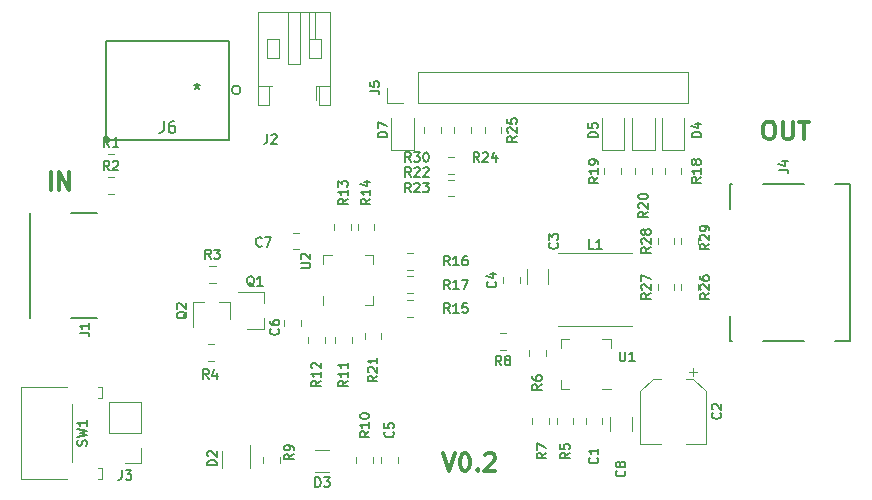
<source format=gbr>
G04 #@! TF.GenerationSoftware,KiCad,Pcbnew,(5.1.4-0-10_14)*
G04 #@! TF.CreationDate,2021-01-21T01:13:21-07:00*
G04 #@! TF.ProjectId,power-switching,706f7765-722d-4737-9769-746368696e67,rev?*
G04 #@! TF.SameCoordinates,Original*
G04 #@! TF.FileFunction,Legend,Top*
G04 #@! TF.FilePolarity,Positive*
%FSLAX46Y46*%
G04 Gerber Fmt 4.6, Leading zero omitted, Abs format (unit mm)*
G04 Created by KiCad (PCBNEW (5.1.4-0-10_14)) date 2021-01-21 01:13:21*
%MOMM*%
%LPD*%
G04 APERTURE LIST*
%ADD10C,0.300000*%
%ADD11C,0.152400*%
%ADD12C,0.120000*%
%ADD13C,0.200000*%
%ADD14C,0.127000*%
%ADD15C,0.150000*%
G04 APERTURE END LIST*
D10*
X162500000Y-105678571D02*
X162785714Y-105678571D01*
X162928571Y-105750000D01*
X163071428Y-105892857D01*
X163142857Y-106178571D01*
X163142857Y-106678571D01*
X163071428Y-106964285D01*
X162928571Y-107107142D01*
X162785714Y-107178571D01*
X162500000Y-107178571D01*
X162357142Y-107107142D01*
X162214285Y-106964285D01*
X162142857Y-106678571D01*
X162142857Y-106178571D01*
X162214285Y-105892857D01*
X162357142Y-105750000D01*
X162500000Y-105678571D01*
X163785714Y-105678571D02*
X163785714Y-106892857D01*
X163857142Y-107035714D01*
X163928571Y-107107142D01*
X164071428Y-107178571D01*
X164357142Y-107178571D01*
X164500000Y-107107142D01*
X164571428Y-107035714D01*
X164642857Y-106892857D01*
X164642857Y-105678571D01*
X165142857Y-105678571D02*
X166000000Y-105678571D01*
X165571428Y-107178571D02*
X165571428Y-105678571D01*
X101814285Y-111478571D02*
X101814285Y-109978571D01*
X102528571Y-111478571D02*
X102528571Y-109978571D01*
X103385714Y-111478571D01*
X103385714Y-109978571D01*
X135014285Y-133778571D02*
X135514285Y-135278571D01*
X136014285Y-133778571D01*
X136800000Y-133778571D02*
X136942857Y-133778571D01*
X137085714Y-133850000D01*
X137157142Y-133921428D01*
X137228571Y-134064285D01*
X137300000Y-134350000D01*
X137300000Y-134707142D01*
X137228571Y-134992857D01*
X137157142Y-135135714D01*
X137085714Y-135207142D01*
X136942857Y-135278571D01*
X136800000Y-135278571D01*
X136657142Y-135207142D01*
X136585714Y-135135714D01*
X136514285Y-134992857D01*
X136442857Y-134707142D01*
X136442857Y-134350000D01*
X136514285Y-134064285D01*
X136585714Y-133921428D01*
X136657142Y-133850000D01*
X136800000Y-133778571D01*
X137942857Y-135135714D02*
X138014285Y-135207142D01*
X137942857Y-135278571D01*
X137871428Y-135207142D01*
X137942857Y-135135714D01*
X137942857Y-135278571D01*
X138585714Y-133921428D02*
X138657142Y-133850000D01*
X138800000Y-133778571D01*
X139157142Y-133778571D01*
X139300000Y-133850000D01*
X139371428Y-133921428D01*
X139442857Y-134064285D01*
X139442857Y-134207142D01*
X139371428Y-134421428D01*
X138514285Y-135278571D01*
X139442857Y-135278571D01*
D11*
X117883000Y-103000000D02*
G75*
G03X117883000Y-103000000I-381000J0D01*
G01*
X116867000Y-107226999D02*
X116867000Y-98823000D01*
X106453000Y-107226999D02*
X116867000Y-107226999D01*
X106453000Y-98823000D02*
X106453000Y-107226999D01*
X116867000Y-98823000D02*
X106453000Y-98823000D01*
D12*
X124260000Y-102660000D02*
X124260000Y-103875000D01*
X124200000Y-98700000D02*
X124200000Y-96440000D01*
X123700000Y-98700000D02*
X123700000Y-96440000D01*
X121100000Y-100300000D02*
X120100000Y-100300000D01*
X121100000Y-98700000D02*
X121100000Y-100300000D01*
X120100000Y-98700000D02*
X121100000Y-98700000D01*
X120100000Y-100300000D02*
X120100000Y-98700000D01*
X123700000Y-100300000D02*
X124700000Y-100300000D01*
X123700000Y-98700000D02*
X123700000Y-100300000D01*
X124700000Y-98700000D02*
X123700000Y-98700000D01*
X124700000Y-100300000D02*
X124700000Y-98700000D01*
X119340000Y-102660000D02*
X120260000Y-102660000D01*
X125460000Y-102660000D02*
X124540000Y-102660000D01*
X121900000Y-100800000D02*
X121900000Y-96440000D01*
X122900000Y-100800000D02*
X121900000Y-100800000D01*
X122900000Y-96440000D02*
X122900000Y-100800000D01*
X120260000Y-102660000D02*
X120540000Y-102660000D01*
X120260000Y-104260000D02*
X120260000Y-102660000D01*
X119340000Y-104260000D02*
X120260000Y-104260000D01*
X119340000Y-96440000D02*
X119340000Y-104260000D01*
X125460000Y-96440000D02*
X119340000Y-96440000D01*
X125460000Y-104260000D02*
X125460000Y-96440000D01*
X124540000Y-104260000D02*
X125460000Y-104260000D01*
X124540000Y-102660000D02*
X124540000Y-104260000D01*
X124260000Y-102660000D02*
X124540000Y-102660000D01*
X125402064Y-133490000D02*
X124197936Y-133490000D01*
X125402064Y-135310000D02*
X124197936Y-135310000D01*
X115141422Y-125910000D02*
X115658578Y-125910000D01*
X115141422Y-124490000D02*
X115658578Y-124490000D01*
X115241422Y-119310000D02*
X115758578Y-119310000D01*
X115241422Y-117890000D02*
X115758578Y-117890000D01*
X116980000Y-120940000D02*
X116980000Y-122400000D01*
X113820000Y-120940000D02*
X113820000Y-123100000D01*
X113820000Y-120940000D02*
X114750000Y-120940000D01*
X116980000Y-120940000D02*
X116050000Y-120940000D01*
X119860000Y-123280000D02*
X118400000Y-123280000D01*
X119860000Y-120120000D02*
X117700000Y-120120000D01*
X119860000Y-120120000D02*
X119860000Y-121050000D01*
X119860000Y-123280000D02*
X119860000Y-122350000D01*
X105820000Y-135920000D02*
X106120000Y-135920000D01*
X106120000Y-135030000D02*
X105770000Y-135030000D01*
X106120000Y-135030000D02*
X106120000Y-135920000D01*
X103570000Y-134540000D02*
X103570000Y-129560000D01*
X99330000Y-135920000D02*
X103180000Y-135920000D01*
X99330000Y-128180000D02*
X99330000Y-135920000D01*
X103180000Y-128180000D02*
X99330000Y-128180000D01*
X105820000Y-128180000D02*
X106120000Y-128180000D01*
X106120000Y-128180000D02*
X106120000Y-129070000D01*
X106120000Y-129070000D02*
X105770000Y-129070000D01*
X156497500Y-126887500D02*
X155872500Y-126887500D01*
X156185000Y-126575000D02*
X156185000Y-127200000D01*
X152804437Y-127440000D02*
X151740000Y-128504437D01*
X156195563Y-127440000D02*
X157260000Y-128504437D01*
X156195563Y-127440000D02*
X155560000Y-127440000D01*
X152804437Y-127440000D02*
X153440000Y-127440000D01*
X151740000Y-128504437D02*
X151740000Y-132960000D01*
X157260000Y-128504437D02*
X157260000Y-132960000D01*
X157260000Y-132960000D02*
X155560000Y-132960000D01*
X151740000Y-132960000D02*
X153440000Y-132960000D01*
X141510000Y-119358578D02*
X141510000Y-118841422D01*
X140090000Y-119358578D02*
X140090000Y-118841422D01*
X143910000Y-119402064D02*
X143910000Y-118197936D01*
X142090000Y-119402064D02*
X142090000Y-118197936D01*
X149190000Y-130697936D02*
X149190000Y-131902064D01*
X151010000Y-130697936D02*
X151010000Y-131902064D01*
X134810000Y-106658578D02*
X134810000Y-106141422D01*
X133390000Y-106658578D02*
X133390000Y-106141422D01*
X130270000Y-104130000D02*
X130270000Y-102800000D01*
X131600000Y-104130000D02*
X130270000Y-104130000D01*
X132870000Y-104130000D02*
X132870000Y-101470000D01*
X132870000Y-101470000D02*
X155790000Y-101470000D01*
X132870000Y-104130000D02*
X155790000Y-104130000D01*
X155790000Y-104130000D02*
X155790000Y-101470000D01*
X132560000Y-108085000D02*
X132560000Y-105400000D01*
X130640000Y-108085000D02*
X132560000Y-108085000D01*
X130640000Y-105400000D02*
X130640000Y-108085000D01*
X155190000Y-115541422D02*
X155190000Y-116058578D01*
X156610000Y-115541422D02*
X156610000Y-116058578D01*
X154610000Y-116058578D02*
X154610000Y-115541422D01*
X153190000Y-116058578D02*
X153190000Y-115541422D01*
X154610000Y-119958578D02*
X154610000Y-119441422D01*
X153190000Y-119958578D02*
X153190000Y-119441422D01*
X155190000Y-119441422D02*
X155190000Y-119958578D01*
X156610000Y-119441422D02*
X156610000Y-119958578D01*
D13*
X169500000Y-110950000D02*
X168200000Y-110950000D01*
X169500000Y-124250000D02*
X169500000Y-110950000D01*
X168200000Y-124250000D02*
X169500000Y-124250000D01*
X165600000Y-110950000D02*
X162100000Y-110950000D01*
X162100000Y-124250000D02*
X165600000Y-124250000D01*
X159300000Y-110950000D02*
X159500000Y-110950000D01*
X159300000Y-113100000D02*
X159300000Y-110950000D01*
X159300000Y-124250000D02*
X159500000Y-124250000D01*
X159300000Y-122100000D02*
X159300000Y-124250000D01*
D12*
X151050000Y-116800000D02*
X144750000Y-116800000D01*
X151050000Y-123000000D02*
X144750000Y-123000000D01*
X124890000Y-120485000D02*
X124890000Y-121210000D01*
X129110000Y-116990000D02*
X128385000Y-116990000D01*
X129110000Y-117715000D02*
X129110000Y-116990000D01*
X129110000Y-121210000D02*
X128385000Y-121210000D01*
X129110000Y-120485000D02*
X129110000Y-121210000D01*
X124890000Y-116990000D02*
X125615000Y-116990000D01*
X124890000Y-117715000D02*
X124890000Y-116990000D01*
X148485000Y-128310000D02*
X149210000Y-128310000D01*
X144990000Y-124090000D02*
X144990000Y-124815000D01*
X145715000Y-124090000D02*
X144990000Y-124090000D01*
X149210000Y-124090000D02*
X149210000Y-124815000D01*
X148485000Y-124090000D02*
X149210000Y-124090000D01*
X144990000Y-128310000D02*
X144990000Y-127585000D01*
X145715000Y-128310000D02*
X144990000Y-128310000D01*
X152960000Y-108085000D02*
X152960000Y-105400000D01*
X151040000Y-108085000D02*
X152960000Y-108085000D01*
X151040000Y-105400000D02*
X151040000Y-108085000D01*
X150360000Y-108085000D02*
X150360000Y-105400000D01*
X148440000Y-108085000D02*
X150360000Y-108085000D01*
X148440000Y-105400000D02*
X148440000Y-108085000D01*
X155460000Y-108085000D02*
X155460000Y-105400000D01*
X153540000Y-108085000D02*
X155460000Y-108085000D01*
X153540000Y-105400000D02*
X153540000Y-108085000D01*
X122858578Y-115090000D02*
X122341422Y-115090000D01*
X122858578Y-116510000D02*
X122341422Y-116510000D01*
X121590000Y-122441422D02*
X121590000Y-122958578D01*
X123010000Y-122441422D02*
X123010000Y-122958578D01*
X129790000Y-134041422D02*
X129790000Y-134558578D01*
X131210000Y-134041422D02*
X131210000Y-134558578D01*
X147090000Y-130741422D02*
X147090000Y-131258578D01*
X148510000Y-130741422D02*
X148510000Y-131258578D01*
X139960000Y-106658578D02*
X139960000Y-106141422D01*
X138540000Y-106658578D02*
X138540000Y-106141422D01*
X137410000Y-106658578D02*
X137410000Y-106141422D01*
X135990000Y-106658578D02*
X135990000Y-106141422D01*
X135441422Y-112010000D02*
X135958578Y-112010000D01*
X135441422Y-110590000D02*
X135958578Y-110590000D01*
X135441422Y-110110000D02*
X135958578Y-110110000D01*
X135441422Y-108690000D02*
X135958578Y-108690000D01*
X128390000Y-123541422D02*
X128390000Y-124058578D01*
X129810000Y-123541422D02*
X129810000Y-124058578D01*
X151290000Y-109641422D02*
X151290000Y-110158578D01*
X152710000Y-109641422D02*
X152710000Y-110158578D01*
X148690000Y-109641422D02*
X148690000Y-110158578D01*
X150110000Y-109641422D02*
X150110000Y-110158578D01*
X153790000Y-109641422D02*
X153790000Y-110158578D01*
X155210000Y-109641422D02*
X155210000Y-110158578D01*
X132458578Y-118790000D02*
X131941422Y-118790000D01*
X132458578Y-120210000D02*
X131941422Y-120210000D01*
X132458578Y-116790000D02*
X131941422Y-116790000D01*
X132458578Y-118210000D02*
X131941422Y-118210000D01*
X132458578Y-120790000D02*
X131941422Y-120790000D01*
X132458578Y-122210000D02*
X131941422Y-122210000D01*
X129210000Y-114858578D02*
X129210000Y-114341422D01*
X127790000Y-114858578D02*
X127790000Y-114341422D01*
X127210000Y-114858578D02*
X127210000Y-114341422D01*
X125790000Y-114858578D02*
X125790000Y-114341422D01*
X123590000Y-123941422D02*
X123590000Y-124458578D01*
X125010000Y-123941422D02*
X125010000Y-124458578D01*
X127310000Y-124458578D02*
X127310000Y-123941422D01*
X125890000Y-124458578D02*
X125890000Y-123941422D01*
X129110000Y-134558578D02*
X129110000Y-134041422D01*
X127690000Y-134558578D02*
X127690000Y-134041422D01*
X121210000Y-134558578D02*
X121210000Y-134041422D01*
X119790000Y-134558578D02*
X119790000Y-134041422D01*
X140358578Y-123590000D02*
X139841422Y-123590000D01*
X140358578Y-125010000D02*
X139841422Y-125010000D01*
X142590000Y-130771422D02*
X142590000Y-131288578D01*
X144010000Y-130771422D02*
X144010000Y-131288578D01*
X142290000Y-125041422D02*
X142290000Y-125558578D01*
X143710000Y-125041422D02*
X143710000Y-125558578D01*
X146060000Y-131288578D02*
X146060000Y-130771422D01*
X144640000Y-131288578D02*
X144640000Y-130771422D01*
X109430000Y-134630000D02*
X108100000Y-134630000D01*
X109430000Y-133300000D02*
X109430000Y-134630000D01*
X109430000Y-132030000D02*
X106770000Y-132030000D01*
X106770000Y-132030000D02*
X106770000Y-129430000D01*
X109430000Y-132030000D02*
X109430000Y-129430000D01*
X109430000Y-129430000D02*
X106770000Y-129430000D01*
X116340000Y-133600000D02*
X116340000Y-135000000D01*
X118660000Y-135000000D02*
X118660000Y-133100000D01*
D14*
X103500000Y-122350000D02*
X105700000Y-122350000D01*
X103500000Y-113410000D02*
X105700000Y-113410000D01*
X100030000Y-113410000D02*
X100030000Y-122350000D01*
D12*
X106641422Y-111810000D02*
X107158578Y-111810000D01*
X106641422Y-110390000D02*
X107158578Y-110390000D01*
X106641422Y-109810000D02*
X107158578Y-109810000D01*
X106641422Y-108390000D02*
X107158578Y-108390000D01*
D15*
X111366666Y-105652380D02*
X111366666Y-106366666D01*
X111319047Y-106509523D01*
X111223809Y-106604761D01*
X111080952Y-106652380D01*
X110985714Y-106652380D01*
X112271428Y-105652380D02*
X112080952Y-105652380D01*
X111985714Y-105700000D01*
X111938095Y-105747619D01*
X111842857Y-105890476D01*
X111795238Y-106080952D01*
X111795238Y-106461904D01*
X111842857Y-106557142D01*
X111890476Y-106604761D01*
X111985714Y-106652380D01*
X112176190Y-106652380D01*
X112271428Y-106604761D01*
X112319047Y-106557142D01*
X112366666Y-106461904D01*
X112366666Y-106223809D01*
X112319047Y-106128571D01*
X112271428Y-106080952D01*
X112176190Y-106033333D01*
X111985714Y-106033333D01*
X111890476Y-106080952D01*
X111842857Y-106128571D01*
X111795238Y-106223809D01*
X114200000Y-102452380D02*
X114200000Y-102690476D01*
X113961904Y-102595238D02*
X114200000Y-102690476D01*
X114438095Y-102595238D01*
X114057142Y-102880952D02*
X114200000Y-102690476D01*
X114342857Y-102880952D01*
D13*
X120133333Y-106761904D02*
X120133333Y-107333333D01*
X120095238Y-107447619D01*
X120019047Y-107523809D01*
X119904761Y-107561904D01*
X119828571Y-107561904D01*
X120476190Y-106838095D02*
X120514285Y-106800000D01*
X120590476Y-106761904D01*
X120780952Y-106761904D01*
X120857142Y-106800000D01*
X120895238Y-106838095D01*
X120933333Y-106914285D01*
X120933333Y-106990476D01*
X120895238Y-107104761D01*
X120438095Y-107561904D01*
X120933333Y-107561904D01*
X124209523Y-136611904D02*
X124209523Y-135811904D01*
X124400000Y-135811904D01*
X124514285Y-135850000D01*
X124590476Y-135926190D01*
X124628571Y-136002380D01*
X124666666Y-136154761D01*
X124666666Y-136269047D01*
X124628571Y-136421428D01*
X124590476Y-136497619D01*
X124514285Y-136573809D01*
X124400000Y-136611904D01*
X124209523Y-136611904D01*
X124933333Y-135811904D02*
X125428571Y-135811904D01*
X125161904Y-136116666D01*
X125276190Y-136116666D01*
X125352380Y-136154761D01*
X125390476Y-136192857D01*
X125428571Y-136269047D01*
X125428571Y-136459523D01*
X125390476Y-136535714D01*
X125352380Y-136573809D01*
X125276190Y-136611904D01*
X125047619Y-136611904D01*
X124971428Y-136573809D01*
X124933333Y-136535714D01*
X115166666Y-127461904D02*
X114900000Y-127080952D01*
X114709523Y-127461904D02*
X114709523Y-126661904D01*
X115014285Y-126661904D01*
X115090476Y-126700000D01*
X115128571Y-126738095D01*
X115166666Y-126814285D01*
X115166666Y-126928571D01*
X115128571Y-127004761D01*
X115090476Y-127042857D01*
X115014285Y-127080952D01*
X114709523Y-127080952D01*
X115852380Y-126928571D02*
X115852380Y-127461904D01*
X115661904Y-126623809D02*
X115471428Y-127195238D01*
X115966666Y-127195238D01*
X115366666Y-117311904D02*
X115100000Y-116930952D01*
X114909523Y-117311904D02*
X114909523Y-116511904D01*
X115214285Y-116511904D01*
X115290476Y-116550000D01*
X115328571Y-116588095D01*
X115366666Y-116664285D01*
X115366666Y-116778571D01*
X115328571Y-116854761D01*
X115290476Y-116892857D01*
X115214285Y-116930952D01*
X114909523Y-116930952D01*
X115633333Y-116511904D02*
X116128571Y-116511904D01*
X115861904Y-116816666D01*
X115976190Y-116816666D01*
X116052380Y-116854761D01*
X116090476Y-116892857D01*
X116128571Y-116969047D01*
X116128571Y-117159523D01*
X116090476Y-117235714D01*
X116052380Y-117273809D01*
X115976190Y-117311904D01*
X115747619Y-117311904D01*
X115671428Y-117273809D01*
X115633333Y-117235714D01*
X113338095Y-121776190D02*
X113300000Y-121852380D01*
X113223809Y-121928571D01*
X113109523Y-122042857D01*
X113071428Y-122119047D01*
X113071428Y-122195238D01*
X113261904Y-122157142D02*
X113223809Y-122233333D01*
X113147619Y-122309523D01*
X112995238Y-122347619D01*
X112728571Y-122347619D01*
X112576190Y-122309523D01*
X112500000Y-122233333D01*
X112461904Y-122157142D01*
X112461904Y-122004761D01*
X112500000Y-121928571D01*
X112576190Y-121852380D01*
X112728571Y-121814285D01*
X112995238Y-121814285D01*
X113147619Y-121852380D01*
X113223809Y-121928571D01*
X113261904Y-122004761D01*
X113261904Y-122157142D01*
X112538095Y-121509523D02*
X112500000Y-121471428D01*
X112461904Y-121395238D01*
X112461904Y-121204761D01*
X112500000Y-121128571D01*
X112538095Y-121090476D01*
X112614285Y-121052380D01*
X112690476Y-121052380D01*
X112804761Y-121090476D01*
X113261904Y-121547619D01*
X113261904Y-121052380D01*
X119023809Y-119638095D02*
X118947619Y-119600000D01*
X118871428Y-119523809D01*
X118757142Y-119409523D01*
X118680952Y-119371428D01*
X118604761Y-119371428D01*
X118642857Y-119561904D02*
X118566666Y-119523809D01*
X118490476Y-119447619D01*
X118452380Y-119295238D01*
X118452380Y-119028571D01*
X118490476Y-118876190D01*
X118566666Y-118800000D01*
X118642857Y-118761904D01*
X118795238Y-118761904D01*
X118871428Y-118800000D01*
X118947619Y-118876190D01*
X118985714Y-119028571D01*
X118985714Y-119295238D01*
X118947619Y-119447619D01*
X118871428Y-119523809D01*
X118795238Y-119561904D01*
X118642857Y-119561904D01*
X119747619Y-119561904D02*
X119290476Y-119561904D01*
X119519047Y-119561904D02*
X119519047Y-118761904D01*
X119442857Y-118876190D01*
X119366666Y-118952380D01*
X119290476Y-118990476D01*
X104823809Y-133116666D02*
X104861904Y-133002380D01*
X104861904Y-132811904D01*
X104823809Y-132735714D01*
X104785714Y-132697619D01*
X104709523Y-132659523D01*
X104633333Y-132659523D01*
X104557142Y-132697619D01*
X104519047Y-132735714D01*
X104480952Y-132811904D01*
X104442857Y-132964285D01*
X104404761Y-133040476D01*
X104366666Y-133078571D01*
X104290476Y-133116666D01*
X104214285Y-133116666D01*
X104138095Y-133078571D01*
X104100000Y-133040476D01*
X104061904Y-132964285D01*
X104061904Y-132773809D01*
X104100000Y-132659523D01*
X104061904Y-132392857D02*
X104861904Y-132202380D01*
X104290476Y-132050000D01*
X104861904Y-131897619D01*
X104061904Y-131707142D01*
X104861904Y-130983333D02*
X104861904Y-131440476D01*
X104861904Y-131211904D02*
X104061904Y-131211904D01*
X104176190Y-131288095D01*
X104252380Y-131364285D01*
X104290476Y-131440476D01*
X158485714Y-130333333D02*
X158523809Y-130371428D01*
X158561904Y-130485714D01*
X158561904Y-130561904D01*
X158523809Y-130676190D01*
X158447619Y-130752380D01*
X158371428Y-130790476D01*
X158219047Y-130828571D01*
X158104761Y-130828571D01*
X157952380Y-130790476D01*
X157876190Y-130752380D01*
X157800000Y-130676190D01*
X157761904Y-130561904D01*
X157761904Y-130485714D01*
X157800000Y-130371428D01*
X157838095Y-130333333D01*
X157838095Y-130028571D02*
X157800000Y-129990476D01*
X157761904Y-129914285D01*
X157761904Y-129723809D01*
X157800000Y-129647619D01*
X157838095Y-129609523D01*
X157914285Y-129571428D01*
X157990476Y-129571428D01*
X158104761Y-129609523D01*
X158561904Y-130066666D01*
X158561904Y-129571428D01*
X139435714Y-119233333D02*
X139473809Y-119271428D01*
X139511904Y-119385714D01*
X139511904Y-119461904D01*
X139473809Y-119576190D01*
X139397619Y-119652380D01*
X139321428Y-119690476D01*
X139169047Y-119728571D01*
X139054761Y-119728571D01*
X138902380Y-119690476D01*
X138826190Y-119652380D01*
X138750000Y-119576190D01*
X138711904Y-119461904D01*
X138711904Y-119385714D01*
X138750000Y-119271428D01*
X138788095Y-119233333D01*
X138978571Y-118547619D02*
X139511904Y-118547619D01*
X138673809Y-118738095D02*
X139245238Y-118928571D01*
X139245238Y-118433333D01*
X144685714Y-115933333D02*
X144723809Y-115971428D01*
X144761904Y-116085714D01*
X144761904Y-116161904D01*
X144723809Y-116276190D01*
X144647619Y-116352380D01*
X144571428Y-116390476D01*
X144419047Y-116428571D01*
X144304761Y-116428571D01*
X144152380Y-116390476D01*
X144076190Y-116352380D01*
X144000000Y-116276190D01*
X143961904Y-116161904D01*
X143961904Y-116085714D01*
X144000000Y-115971428D01*
X144038095Y-115933333D01*
X143961904Y-115666666D02*
X143961904Y-115171428D01*
X144266666Y-115438095D01*
X144266666Y-115323809D01*
X144304761Y-115247619D01*
X144342857Y-115209523D01*
X144419047Y-115171428D01*
X144609523Y-115171428D01*
X144685714Y-115209523D01*
X144723809Y-115247619D01*
X144761904Y-115323809D01*
X144761904Y-115552380D01*
X144723809Y-115628571D01*
X144685714Y-115666666D01*
X150385714Y-135233333D02*
X150423809Y-135271428D01*
X150461904Y-135385714D01*
X150461904Y-135461904D01*
X150423809Y-135576190D01*
X150347619Y-135652380D01*
X150271428Y-135690476D01*
X150119047Y-135728571D01*
X150004761Y-135728571D01*
X149852380Y-135690476D01*
X149776190Y-135652380D01*
X149700000Y-135576190D01*
X149661904Y-135461904D01*
X149661904Y-135385714D01*
X149700000Y-135271428D01*
X149738095Y-135233333D01*
X150004761Y-134776190D02*
X149966666Y-134852380D01*
X149928571Y-134890476D01*
X149852380Y-134928571D01*
X149814285Y-134928571D01*
X149738095Y-134890476D01*
X149700000Y-134852380D01*
X149661904Y-134776190D01*
X149661904Y-134623809D01*
X149700000Y-134547619D01*
X149738095Y-134509523D01*
X149814285Y-134471428D01*
X149852380Y-134471428D01*
X149928571Y-134509523D01*
X149966666Y-134547619D01*
X150004761Y-134623809D01*
X150004761Y-134776190D01*
X150042857Y-134852380D01*
X150080952Y-134890476D01*
X150157142Y-134928571D01*
X150309523Y-134928571D01*
X150385714Y-134890476D01*
X150423809Y-134852380D01*
X150461904Y-134776190D01*
X150461904Y-134623809D01*
X150423809Y-134547619D01*
X150385714Y-134509523D01*
X150309523Y-134471428D01*
X150157142Y-134471428D01*
X150080952Y-134509523D01*
X150042857Y-134547619D01*
X150004761Y-134623809D01*
X132285714Y-109061904D02*
X132019047Y-108680952D01*
X131828571Y-109061904D02*
X131828571Y-108261904D01*
X132133333Y-108261904D01*
X132209523Y-108300000D01*
X132247619Y-108338095D01*
X132285714Y-108414285D01*
X132285714Y-108528571D01*
X132247619Y-108604761D01*
X132209523Y-108642857D01*
X132133333Y-108680952D01*
X131828571Y-108680952D01*
X132552380Y-108261904D02*
X133047619Y-108261904D01*
X132780952Y-108566666D01*
X132895238Y-108566666D01*
X132971428Y-108604761D01*
X133009523Y-108642857D01*
X133047619Y-108719047D01*
X133047619Y-108909523D01*
X133009523Y-108985714D01*
X132971428Y-109023809D01*
X132895238Y-109061904D01*
X132666666Y-109061904D01*
X132590476Y-109023809D01*
X132552380Y-108985714D01*
X133542857Y-108261904D02*
X133619047Y-108261904D01*
X133695238Y-108300000D01*
X133733333Y-108338095D01*
X133771428Y-108414285D01*
X133809523Y-108566666D01*
X133809523Y-108757142D01*
X133771428Y-108909523D01*
X133733333Y-108985714D01*
X133695238Y-109023809D01*
X133619047Y-109061904D01*
X133542857Y-109061904D01*
X133466666Y-109023809D01*
X133428571Y-108985714D01*
X133390476Y-108909523D01*
X133352380Y-108757142D01*
X133352380Y-108566666D01*
X133390476Y-108414285D01*
X133428571Y-108338095D01*
X133466666Y-108300000D01*
X133542857Y-108261904D01*
X128831904Y-103066666D02*
X129403333Y-103066666D01*
X129517619Y-103104761D01*
X129593809Y-103180952D01*
X129631904Y-103295238D01*
X129631904Y-103371428D01*
X128831904Y-102304761D02*
X128831904Y-102685714D01*
X129212857Y-102723809D01*
X129174761Y-102685714D01*
X129136666Y-102609523D01*
X129136666Y-102419047D01*
X129174761Y-102342857D01*
X129212857Y-102304761D01*
X129289047Y-102266666D01*
X129479523Y-102266666D01*
X129555714Y-102304761D01*
X129593809Y-102342857D01*
X129631904Y-102419047D01*
X129631904Y-102609523D01*
X129593809Y-102685714D01*
X129555714Y-102723809D01*
X130311904Y-106990476D02*
X129511904Y-106990476D01*
X129511904Y-106800000D01*
X129550000Y-106685714D01*
X129626190Y-106609523D01*
X129702380Y-106571428D01*
X129854761Y-106533333D01*
X129969047Y-106533333D01*
X130121428Y-106571428D01*
X130197619Y-106609523D01*
X130273809Y-106685714D01*
X130311904Y-106800000D01*
X130311904Y-106990476D01*
X129511904Y-106266666D02*
X129511904Y-105733333D01*
X130311904Y-106076190D01*
X157561904Y-116014285D02*
X157180952Y-116280952D01*
X157561904Y-116471428D02*
X156761904Y-116471428D01*
X156761904Y-116166666D01*
X156800000Y-116090476D01*
X156838095Y-116052380D01*
X156914285Y-116014285D01*
X157028571Y-116014285D01*
X157104761Y-116052380D01*
X157142857Y-116090476D01*
X157180952Y-116166666D01*
X157180952Y-116471428D01*
X156838095Y-115709523D02*
X156800000Y-115671428D01*
X156761904Y-115595238D01*
X156761904Y-115404761D01*
X156800000Y-115328571D01*
X156838095Y-115290476D01*
X156914285Y-115252380D01*
X156990476Y-115252380D01*
X157104761Y-115290476D01*
X157561904Y-115747619D01*
X157561904Y-115252380D01*
X157561904Y-114871428D02*
X157561904Y-114719047D01*
X157523809Y-114642857D01*
X157485714Y-114604761D01*
X157371428Y-114528571D01*
X157219047Y-114490476D01*
X156914285Y-114490476D01*
X156838095Y-114528571D01*
X156800000Y-114566666D01*
X156761904Y-114642857D01*
X156761904Y-114795238D01*
X156800000Y-114871428D01*
X156838095Y-114909523D01*
X156914285Y-114947619D01*
X157104761Y-114947619D01*
X157180952Y-114909523D01*
X157219047Y-114871428D01*
X157257142Y-114795238D01*
X157257142Y-114642857D01*
X157219047Y-114566666D01*
X157180952Y-114528571D01*
X157104761Y-114490476D01*
X152611904Y-116314285D02*
X152230952Y-116580952D01*
X152611904Y-116771428D02*
X151811904Y-116771428D01*
X151811904Y-116466666D01*
X151850000Y-116390476D01*
X151888095Y-116352380D01*
X151964285Y-116314285D01*
X152078571Y-116314285D01*
X152154761Y-116352380D01*
X152192857Y-116390476D01*
X152230952Y-116466666D01*
X152230952Y-116771428D01*
X151888095Y-116009523D02*
X151850000Y-115971428D01*
X151811904Y-115895238D01*
X151811904Y-115704761D01*
X151850000Y-115628571D01*
X151888095Y-115590476D01*
X151964285Y-115552380D01*
X152040476Y-115552380D01*
X152154761Y-115590476D01*
X152611904Y-116047619D01*
X152611904Y-115552380D01*
X152154761Y-115095238D02*
X152116666Y-115171428D01*
X152078571Y-115209523D01*
X152002380Y-115247619D01*
X151964285Y-115247619D01*
X151888095Y-115209523D01*
X151850000Y-115171428D01*
X151811904Y-115095238D01*
X151811904Y-114942857D01*
X151850000Y-114866666D01*
X151888095Y-114828571D01*
X151964285Y-114790476D01*
X152002380Y-114790476D01*
X152078571Y-114828571D01*
X152116666Y-114866666D01*
X152154761Y-114942857D01*
X152154761Y-115095238D01*
X152192857Y-115171428D01*
X152230952Y-115209523D01*
X152307142Y-115247619D01*
X152459523Y-115247619D01*
X152535714Y-115209523D01*
X152573809Y-115171428D01*
X152611904Y-115095238D01*
X152611904Y-114942857D01*
X152573809Y-114866666D01*
X152535714Y-114828571D01*
X152459523Y-114790476D01*
X152307142Y-114790476D01*
X152230952Y-114828571D01*
X152192857Y-114866666D01*
X152154761Y-114942857D01*
X152611904Y-120214285D02*
X152230952Y-120480952D01*
X152611904Y-120671428D02*
X151811904Y-120671428D01*
X151811904Y-120366666D01*
X151850000Y-120290476D01*
X151888095Y-120252380D01*
X151964285Y-120214285D01*
X152078571Y-120214285D01*
X152154761Y-120252380D01*
X152192857Y-120290476D01*
X152230952Y-120366666D01*
X152230952Y-120671428D01*
X151888095Y-119909523D02*
X151850000Y-119871428D01*
X151811904Y-119795238D01*
X151811904Y-119604761D01*
X151850000Y-119528571D01*
X151888095Y-119490476D01*
X151964285Y-119452380D01*
X152040476Y-119452380D01*
X152154761Y-119490476D01*
X152611904Y-119947619D01*
X152611904Y-119452380D01*
X151811904Y-119185714D02*
X151811904Y-118652380D01*
X152611904Y-118995238D01*
X157561904Y-120214285D02*
X157180952Y-120480952D01*
X157561904Y-120671428D02*
X156761904Y-120671428D01*
X156761904Y-120366666D01*
X156800000Y-120290476D01*
X156838095Y-120252380D01*
X156914285Y-120214285D01*
X157028571Y-120214285D01*
X157104761Y-120252380D01*
X157142857Y-120290476D01*
X157180952Y-120366666D01*
X157180952Y-120671428D01*
X156838095Y-119909523D02*
X156800000Y-119871428D01*
X156761904Y-119795238D01*
X156761904Y-119604761D01*
X156800000Y-119528571D01*
X156838095Y-119490476D01*
X156914285Y-119452380D01*
X156990476Y-119452380D01*
X157104761Y-119490476D01*
X157561904Y-119947619D01*
X157561904Y-119452380D01*
X156761904Y-118766666D02*
X156761904Y-118919047D01*
X156800000Y-118995238D01*
X156838095Y-119033333D01*
X156952380Y-119109523D01*
X157104761Y-119147619D01*
X157409523Y-119147619D01*
X157485714Y-119109523D01*
X157523809Y-119071428D01*
X157561904Y-118995238D01*
X157561904Y-118842857D01*
X157523809Y-118766666D01*
X157485714Y-118728571D01*
X157409523Y-118690476D01*
X157219047Y-118690476D01*
X157142857Y-118728571D01*
X157104761Y-118766666D01*
X157066666Y-118842857D01*
X157066666Y-118995238D01*
X157104761Y-119071428D01*
X157142857Y-119109523D01*
X157219047Y-119147619D01*
X163461904Y-109766666D02*
X164033333Y-109766666D01*
X164147619Y-109804761D01*
X164223809Y-109880952D01*
X164261904Y-109995238D01*
X164261904Y-110071428D01*
X163728571Y-109042857D02*
X164261904Y-109042857D01*
X163423809Y-109233333D02*
X163995238Y-109423809D01*
X163995238Y-108928571D01*
X147766666Y-116461904D02*
X147385714Y-116461904D01*
X147385714Y-115661904D01*
X148452380Y-116461904D02*
X147995238Y-116461904D01*
X148223809Y-116461904D02*
X148223809Y-115661904D01*
X148147619Y-115776190D01*
X148071428Y-115852380D01*
X147995238Y-115890476D01*
X122961904Y-118109523D02*
X123609523Y-118109523D01*
X123685714Y-118071428D01*
X123723809Y-118033333D01*
X123761904Y-117957142D01*
X123761904Y-117804761D01*
X123723809Y-117728571D01*
X123685714Y-117690476D01*
X123609523Y-117652380D01*
X122961904Y-117652380D01*
X123038095Y-117309523D02*
X123000000Y-117271428D01*
X122961904Y-117195238D01*
X122961904Y-117004761D01*
X123000000Y-116928571D01*
X123038095Y-116890476D01*
X123114285Y-116852380D01*
X123190476Y-116852380D01*
X123304761Y-116890476D01*
X123761904Y-117347619D01*
X123761904Y-116852380D01*
X149990476Y-125161904D02*
X149990476Y-125809523D01*
X150028571Y-125885714D01*
X150066666Y-125923809D01*
X150142857Y-125961904D01*
X150295238Y-125961904D01*
X150371428Y-125923809D01*
X150409523Y-125885714D01*
X150447619Y-125809523D01*
X150447619Y-125161904D01*
X151247619Y-125961904D02*
X150790476Y-125961904D01*
X151019047Y-125961904D02*
X151019047Y-125161904D01*
X150942857Y-125276190D01*
X150866666Y-125352380D01*
X150790476Y-125390476D01*
X148111904Y-106990476D02*
X147311904Y-106990476D01*
X147311904Y-106800000D01*
X147350000Y-106685714D01*
X147426190Y-106609523D01*
X147502380Y-106571428D01*
X147654761Y-106533333D01*
X147769047Y-106533333D01*
X147921428Y-106571428D01*
X147997619Y-106609523D01*
X148073809Y-106685714D01*
X148111904Y-106800000D01*
X148111904Y-106990476D01*
X147311904Y-105809523D02*
X147311904Y-106190476D01*
X147692857Y-106228571D01*
X147654761Y-106190476D01*
X147616666Y-106114285D01*
X147616666Y-105923809D01*
X147654761Y-105847619D01*
X147692857Y-105809523D01*
X147769047Y-105771428D01*
X147959523Y-105771428D01*
X148035714Y-105809523D01*
X148073809Y-105847619D01*
X148111904Y-105923809D01*
X148111904Y-106114285D01*
X148073809Y-106190476D01*
X148035714Y-106228571D01*
X156861904Y-106990476D02*
X156061904Y-106990476D01*
X156061904Y-106800000D01*
X156100000Y-106685714D01*
X156176190Y-106609523D01*
X156252380Y-106571428D01*
X156404761Y-106533333D01*
X156519047Y-106533333D01*
X156671428Y-106571428D01*
X156747619Y-106609523D01*
X156823809Y-106685714D01*
X156861904Y-106800000D01*
X156861904Y-106990476D01*
X156328571Y-105847619D02*
X156861904Y-105847619D01*
X156023809Y-106038095D02*
X156595238Y-106228571D01*
X156595238Y-105733333D01*
X119666666Y-116185714D02*
X119628571Y-116223809D01*
X119514285Y-116261904D01*
X119438095Y-116261904D01*
X119323809Y-116223809D01*
X119247619Y-116147619D01*
X119209523Y-116071428D01*
X119171428Y-115919047D01*
X119171428Y-115804761D01*
X119209523Y-115652380D01*
X119247619Y-115576190D01*
X119323809Y-115500000D01*
X119438095Y-115461904D01*
X119514285Y-115461904D01*
X119628571Y-115500000D01*
X119666666Y-115538095D01*
X119933333Y-115461904D02*
X120466666Y-115461904D01*
X120123809Y-116261904D01*
X121085714Y-123233333D02*
X121123809Y-123271428D01*
X121161904Y-123385714D01*
X121161904Y-123461904D01*
X121123809Y-123576190D01*
X121047619Y-123652380D01*
X120971428Y-123690476D01*
X120819047Y-123728571D01*
X120704761Y-123728571D01*
X120552380Y-123690476D01*
X120476190Y-123652380D01*
X120400000Y-123576190D01*
X120361904Y-123461904D01*
X120361904Y-123385714D01*
X120400000Y-123271428D01*
X120438095Y-123233333D01*
X120361904Y-122547619D02*
X120361904Y-122700000D01*
X120400000Y-122776190D01*
X120438095Y-122814285D01*
X120552380Y-122890476D01*
X120704761Y-122928571D01*
X121009523Y-122928571D01*
X121085714Y-122890476D01*
X121123809Y-122852380D01*
X121161904Y-122776190D01*
X121161904Y-122623809D01*
X121123809Y-122547619D01*
X121085714Y-122509523D01*
X121009523Y-122471428D01*
X120819047Y-122471428D01*
X120742857Y-122509523D01*
X120704761Y-122547619D01*
X120666666Y-122623809D01*
X120666666Y-122776190D01*
X120704761Y-122852380D01*
X120742857Y-122890476D01*
X120819047Y-122928571D01*
X130785714Y-131933333D02*
X130823809Y-131971428D01*
X130861904Y-132085714D01*
X130861904Y-132161904D01*
X130823809Y-132276190D01*
X130747619Y-132352380D01*
X130671428Y-132390476D01*
X130519047Y-132428571D01*
X130404761Y-132428571D01*
X130252380Y-132390476D01*
X130176190Y-132352380D01*
X130100000Y-132276190D01*
X130061904Y-132161904D01*
X130061904Y-132085714D01*
X130100000Y-131971428D01*
X130138095Y-131933333D01*
X130061904Y-131209523D02*
X130061904Y-131590476D01*
X130442857Y-131628571D01*
X130404761Y-131590476D01*
X130366666Y-131514285D01*
X130366666Y-131323809D01*
X130404761Y-131247619D01*
X130442857Y-131209523D01*
X130519047Y-131171428D01*
X130709523Y-131171428D01*
X130785714Y-131209523D01*
X130823809Y-131247619D01*
X130861904Y-131323809D01*
X130861904Y-131514285D01*
X130823809Y-131590476D01*
X130785714Y-131628571D01*
X148085714Y-134133333D02*
X148123809Y-134171428D01*
X148161904Y-134285714D01*
X148161904Y-134361904D01*
X148123809Y-134476190D01*
X148047619Y-134552380D01*
X147971428Y-134590476D01*
X147819047Y-134628571D01*
X147704761Y-134628571D01*
X147552380Y-134590476D01*
X147476190Y-134552380D01*
X147400000Y-134476190D01*
X147361904Y-134361904D01*
X147361904Y-134285714D01*
X147400000Y-134171428D01*
X147438095Y-134133333D01*
X148161904Y-133371428D02*
X148161904Y-133828571D01*
X148161904Y-133600000D02*
X147361904Y-133600000D01*
X147476190Y-133676190D01*
X147552380Y-133752380D01*
X147590476Y-133828571D01*
X141261904Y-106914285D02*
X140880952Y-107180952D01*
X141261904Y-107371428D02*
X140461904Y-107371428D01*
X140461904Y-107066666D01*
X140500000Y-106990476D01*
X140538095Y-106952380D01*
X140614285Y-106914285D01*
X140728571Y-106914285D01*
X140804761Y-106952380D01*
X140842857Y-106990476D01*
X140880952Y-107066666D01*
X140880952Y-107371428D01*
X140538095Y-106609523D02*
X140500000Y-106571428D01*
X140461904Y-106495238D01*
X140461904Y-106304761D01*
X140500000Y-106228571D01*
X140538095Y-106190476D01*
X140614285Y-106152380D01*
X140690476Y-106152380D01*
X140804761Y-106190476D01*
X141261904Y-106647619D01*
X141261904Y-106152380D01*
X140461904Y-105428571D02*
X140461904Y-105809523D01*
X140842857Y-105847619D01*
X140804761Y-105809523D01*
X140766666Y-105733333D01*
X140766666Y-105542857D01*
X140804761Y-105466666D01*
X140842857Y-105428571D01*
X140919047Y-105390476D01*
X141109523Y-105390476D01*
X141185714Y-105428571D01*
X141223809Y-105466666D01*
X141261904Y-105542857D01*
X141261904Y-105733333D01*
X141223809Y-105809523D01*
X141185714Y-105847619D01*
X138085714Y-109061904D02*
X137819047Y-108680952D01*
X137628571Y-109061904D02*
X137628571Y-108261904D01*
X137933333Y-108261904D01*
X138009523Y-108300000D01*
X138047619Y-108338095D01*
X138085714Y-108414285D01*
X138085714Y-108528571D01*
X138047619Y-108604761D01*
X138009523Y-108642857D01*
X137933333Y-108680952D01*
X137628571Y-108680952D01*
X138390476Y-108338095D02*
X138428571Y-108300000D01*
X138504761Y-108261904D01*
X138695238Y-108261904D01*
X138771428Y-108300000D01*
X138809523Y-108338095D01*
X138847619Y-108414285D01*
X138847619Y-108490476D01*
X138809523Y-108604761D01*
X138352380Y-109061904D01*
X138847619Y-109061904D01*
X139533333Y-108528571D02*
X139533333Y-109061904D01*
X139342857Y-108223809D02*
X139152380Y-108795238D01*
X139647619Y-108795238D01*
X132285714Y-111661904D02*
X132019047Y-111280952D01*
X131828571Y-111661904D02*
X131828571Y-110861904D01*
X132133333Y-110861904D01*
X132209523Y-110900000D01*
X132247619Y-110938095D01*
X132285714Y-111014285D01*
X132285714Y-111128571D01*
X132247619Y-111204761D01*
X132209523Y-111242857D01*
X132133333Y-111280952D01*
X131828571Y-111280952D01*
X132590476Y-110938095D02*
X132628571Y-110900000D01*
X132704761Y-110861904D01*
X132895238Y-110861904D01*
X132971428Y-110900000D01*
X133009523Y-110938095D01*
X133047619Y-111014285D01*
X133047619Y-111090476D01*
X133009523Y-111204761D01*
X132552380Y-111661904D01*
X133047619Y-111661904D01*
X133314285Y-110861904D02*
X133809523Y-110861904D01*
X133542857Y-111166666D01*
X133657142Y-111166666D01*
X133733333Y-111204761D01*
X133771428Y-111242857D01*
X133809523Y-111319047D01*
X133809523Y-111509523D01*
X133771428Y-111585714D01*
X133733333Y-111623809D01*
X133657142Y-111661904D01*
X133428571Y-111661904D01*
X133352380Y-111623809D01*
X133314285Y-111585714D01*
X132285714Y-110361904D02*
X132019047Y-109980952D01*
X131828571Y-110361904D02*
X131828571Y-109561904D01*
X132133333Y-109561904D01*
X132209523Y-109600000D01*
X132247619Y-109638095D01*
X132285714Y-109714285D01*
X132285714Y-109828571D01*
X132247619Y-109904761D01*
X132209523Y-109942857D01*
X132133333Y-109980952D01*
X131828571Y-109980952D01*
X132590476Y-109638095D02*
X132628571Y-109600000D01*
X132704761Y-109561904D01*
X132895238Y-109561904D01*
X132971428Y-109600000D01*
X133009523Y-109638095D01*
X133047619Y-109714285D01*
X133047619Y-109790476D01*
X133009523Y-109904761D01*
X132552380Y-110361904D01*
X133047619Y-110361904D01*
X133352380Y-109638095D02*
X133390476Y-109600000D01*
X133466666Y-109561904D01*
X133657142Y-109561904D01*
X133733333Y-109600000D01*
X133771428Y-109638095D01*
X133809523Y-109714285D01*
X133809523Y-109790476D01*
X133771428Y-109904761D01*
X133314285Y-110361904D01*
X133809523Y-110361904D01*
X129461904Y-127214285D02*
X129080952Y-127480952D01*
X129461904Y-127671428D02*
X128661904Y-127671428D01*
X128661904Y-127366666D01*
X128700000Y-127290476D01*
X128738095Y-127252380D01*
X128814285Y-127214285D01*
X128928571Y-127214285D01*
X129004761Y-127252380D01*
X129042857Y-127290476D01*
X129080952Y-127366666D01*
X129080952Y-127671428D01*
X128738095Y-126909523D02*
X128700000Y-126871428D01*
X128661904Y-126795238D01*
X128661904Y-126604761D01*
X128700000Y-126528571D01*
X128738095Y-126490476D01*
X128814285Y-126452380D01*
X128890476Y-126452380D01*
X129004761Y-126490476D01*
X129461904Y-126947619D01*
X129461904Y-126452380D01*
X129461904Y-125690476D02*
X129461904Y-126147619D01*
X129461904Y-125919047D02*
X128661904Y-125919047D01*
X128776190Y-125995238D01*
X128852380Y-126071428D01*
X128890476Y-126147619D01*
X152361904Y-113314285D02*
X151980952Y-113580952D01*
X152361904Y-113771428D02*
X151561904Y-113771428D01*
X151561904Y-113466666D01*
X151600000Y-113390476D01*
X151638095Y-113352380D01*
X151714285Y-113314285D01*
X151828571Y-113314285D01*
X151904761Y-113352380D01*
X151942857Y-113390476D01*
X151980952Y-113466666D01*
X151980952Y-113771428D01*
X151638095Y-113009523D02*
X151600000Y-112971428D01*
X151561904Y-112895238D01*
X151561904Y-112704761D01*
X151600000Y-112628571D01*
X151638095Y-112590476D01*
X151714285Y-112552380D01*
X151790476Y-112552380D01*
X151904761Y-112590476D01*
X152361904Y-113047619D01*
X152361904Y-112552380D01*
X151561904Y-112057142D02*
X151561904Y-111980952D01*
X151600000Y-111904761D01*
X151638095Y-111866666D01*
X151714285Y-111828571D01*
X151866666Y-111790476D01*
X152057142Y-111790476D01*
X152209523Y-111828571D01*
X152285714Y-111866666D01*
X152323809Y-111904761D01*
X152361904Y-111980952D01*
X152361904Y-112057142D01*
X152323809Y-112133333D01*
X152285714Y-112171428D01*
X152209523Y-112209523D01*
X152057142Y-112247619D01*
X151866666Y-112247619D01*
X151714285Y-112209523D01*
X151638095Y-112171428D01*
X151600000Y-112133333D01*
X151561904Y-112057142D01*
X148161904Y-110414285D02*
X147780952Y-110680952D01*
X148161904Y-110871428D02*
X147361904Y-110871428D01*
X147361904Y-110566666D01*
X147400000Y-110490476D01*
X147438095Y-110452380D01*
X147514285Y-110414285D01*
X147628571Y-110414285D01*
X147704761Y-110452380D01*
X147742857Y-110490476D01*
X147780952Y-110566666D01*
X147780952Y-110871428D01*
X148161904Y-109652380D02*
X148161904Y-110109523D01*
X148161904Y-109880952D02*
X147361904Y-109880952D01*
X147476190Y-109957142D01*
X147552380Y-110033333D01*
X147590476Y-110109523D01*
X148161904Y-109271428D02*
X148161904Y-109119047D01*
X148123809Y-109042857D01*
X148085714Y-109004761D01*
X147971428Y-108928571D01*
X147819047Y-108890476D01*
X147514285Y-108890476D01*
X147438095Y-108928571D01*
X147400000Y-108966666D01*
X147361904Y-109042857D01*
X147361904Y-109195238D01*
X147400000Y-109271428D01*
X147438095Y-109309523D01*
X147514285Y-109347619D01*
X147704761Y-109347619D01*
X147780952Y-109309523D01*
X147819047Y-109271428D01*
X147857142Y-109195238D01*
X147857142Y-109042857D01*
X147819047Y-108966666D01*
X147780952Y-108928571D01*
X147704761Y-108890476D01*
X156861904Y-110414285D02*
X156480952Y-110680952D01*
X156861904Y-110871428D02*
X156061904Y-110871428D01*
X156061904Y-110566666D01*
X156100000Y-110490476D01*
X156138095Y-110452380D01*
X156214285Y-110414285D01*
X156328571Y-110414285D01*
X156404761Y-110452380D01*
X156442857Y-110490476D01*
X156480952Y-110566666D01*
X156480952Y-110871428D01*
X156861904Y-109652380D02*
X156861904Y-110109523D01*
X156861904Y-109880952D02*
X156061904Y-109880952D01*
X156176190Y-109957142D01*
X156252380Y-110033333D01*
X156290476Y-110109523D01*
X156404761Y-109195238D02*
X156366666Y-109271428D01*
X156328571Y-109309523D01*
X156252380Y-109347619D01*
X156214285Y-109347619D01*
X156138095Y-109309523D01*
X156100000Y-109271428D01*
X156061904Y-109195238D01*
X156061904Y-109042857D01*
X156100000Y-108966666D01*
X156138095Y-108928571D01*
X156214285Y-108890476D01*
X156252380Y-108890476D01*
X156328571Y-108928571D01*
X156366666Y-108966666D01*
X156404761Y-109042857D01*
X156404761Y-109195238D01*
X156442857Y-109271428D01*
X156480952Y-109309523D01*
X156557142Y-109347619D01*
X156709523Y-109347619D01*
X156785714Y-109309523D01*
X156823809Y-109271428D01*
X156861904Y-109195238D01*
X156861904Y-109042857D01*
X156823809Y-108966666D01*
X156785714Y-108928571D01*
X156709523Y-108890476D01*
X156557142Y-108890476D01*
X156480952Y-108928571D01*
X156442857Y-108966666D01*
X156404761Y-109042857D01*
X135585714Y-119861904D02*
X135319047Y-119480952D01*
X135128571Y-119861904D02*
X135128571Y-119061904D01*
X135433333Y-119061904D01*
X135509523Y-119100000D01*
X135547619Y-119138095D01*
X135585714Y-119214285D01*
X135585714Y-119328571D01*
X135547619Y-119404761D01*
X135509523Y-119442857D01*
X135433333Y-119480952D01*
X135128571Y-119480952D01*
X136347619Y-119861904D02*
X135890476Y-119861904D01*
X136119047Y-119861904D02*
X136119047Y-119061904D01*
X136042857Y-119176190D01*
X135966666Y-119252380D01*
X135890476Y-119290476D01*
X136614285Y-119061904D02*
X137147619Y-119061904D01*
X136804761Y-119861904D01*
X135585714Y-117861904D02*
X135319047Y-117480952D01*
X135128571Y-117861904D02*
X135128571Y-117061904D01*
X135433333Y-117061904D01*
X135509523Y-117100000D01*
X135547619Y-117138095D01*
X135585714Y-117214285D01*
X135585714Y-117328571D01*
X135547619Y-117404761D01*
X135509523Y-117442857D01*
X135433333Y-117480952D01*
X135128571Y-117480952D01*
X136347619Y-117861904D02*
X135890476Y-117861904D01*
X136119047Y-117861904D02*
X136119047Y-117061904D01*
X136042857Y-117176190D01*
X135966666Y-117252380D01*
X135890476Y-117290476D01*
X137033333Y-117061904D02*
X136880952Y-117061904D01*
X136804761Y-117100000D01*
X136766666Y-117138095D01*
X136690476Y-117252380D01*
X136652380Y-117404761D01*
X136652380Y-117709523D01*
X136690476Y-117785714D01*
X136728571Y-117823809D01*
X136804761Y-117861904D01*
X136957142Y-117861904D01*
X137033333Y-117823809D01*
X137071428Y-117785714D01*
X137109523Y-117709523D01*
X137109523Y-117519047D01*
X137071428Y-117442857D01*
X137033333Y-117404761D01*
X136957142Y-117366666D01*
X136804761Y-117366666D01*
X136728571Y-117404761D01*
X136690476Y-117442857D01*
X136652380Y-117519047D01*
X135585714Y-121861904D02*
X135319047Y-121480952D01*
X135128571Y-121861904D02*
X135128571Y-121061904D01*
X135433333Y-121061904D01*
X135509523Y-121100000D01*
X135547619Y-121138095D01*
X135585714Y-121214285D01*
X135585714Y-121328571D01*
X135547619Y-121404761D01*
X135509523Y-121442857D01*
X135433333Y-121480952D01*
X135128571Y-121480952D01*
X136347619Y-121861904D02*
X135890476Y-121861904D01*
X136119047Y-121861904D02*
X136119047Y-121061904D01*
X136042857Y-121176190D01*
X135966666Y-121252380D01*
X135890476Y-121290476D01*
X137071428Y-121061904D02*
X136690476Y-121061904D01*
X136652380Y-121442857D01*
X136690476Y-121404761D01*
X136766666Y-121366666D01*
X136957142Y-121366666D01*
X137033333Y-121404761D01*
X137071428Y-121442857D01*
X137109523Y-121519047D01*
X137109523Y-121709523D01*
X137071428Y-121785714D01*
X137033333Y-121823809D01*
X136957142Y-121861904D01*
X136766666Y-121861904D01*
X136690476Y-121823809D01*
X136652380Y-121785714D01*
X128861904Y-112214285D02*
X128480952Y-112480952D01*
X128861904Y-112671428D02*
X128061904Y-112671428D01*
X128061904Y-112366666D01*
X128100000Y-112290476D01*
X128138095Y-112252380D01*
X128214285Y-112214285D01*
X128328571Y-112214285D01*
X128404761Y-112252380D01*
X128442857Y-112290476D01*
X128480952Y-112366666D01*
X128480952Y-112671428D01*
X128861904Y-111452380D02*
X128861904Y-111909523D01*
X128861904Y-111680952D02*
X128061904Y-111680952D01*
X128176190Y-111757142D01*
X128252380Y-111833333D01*
X128290476Y-111909523D01*
X128328571Y-110766666D02*
X128861904Y-110766666D01*
X128023809Y-110957142D02*
X128595238Y-111147619D01*
X128595238Y-110652380D01*
X126961904Y-112214285D02*
X126580952Y-112480952D01*
X126961904Y-112671428D02*
X126161904Y-112671428D01*
X126161904Y-112366666D01*
X126200000Y-112290476D01*
X126238095Y-112252380D01*
X126314285Y-112214285D01*
X126428571Y-112214285D01*
X126504761Y-112252380D01*
X126542857Y-112290476D01*
X126580952Y-112366666D01*
X126580952Y-112671428D01*
X126961904Y-111452380D02*
X126961904Y-111909523D01*
X126961904Y-111680952D02*
X126161904Y-111680952D01*
X126276190Y-111757142D01*
X126352380Y-111833333D01*
X126390476Y-111909523D01*
X126161904Y-111185714D02*
X126161904Y-110690476D01*
X126466666Y-110957142D01*
X126466666Y-110842857D01*
X126504761Y-110766666D01*
X126542857Y-110728571D01*
X126619047Y-110690476D01*
X126809523Y-110690476D01*
X126885714Y-110728571D01*
X126923809Y-110766666D01*
X126961904Y-110842857D01*
X126961904Y-111071428D01*
X126923809Y-111147619D01*
X126885714Y-111185714D01*
X124661904Y-127614285D02*
X124280952Y-127880952D01*
X124661904Y-128071428D02*
X123861904Y-128071428D01*
X123861904Y-127766666D01*
X123900000Y-127690476D01*
X123938095Y-127652380D01*
X124014285Y-127614285D01*
X124128571Y-127614285D01*
X124204761Y-127652380D01*
X124242857Y-127690476D01*
X124280952Y-127766666D01*
X124280952Y-128071428D01*
X124661904Y-126852380D02*
X124661904Y-127309523D01*
X124661904Y-127080952D02*
X123861904Y-127080952D01*
X123976190Y-127157142D01*
X124052380Y-127233333D01*
X124090476Y-127309523D01*
X123938095Y-126547619D02*
X123900000Y-126509523D01*
X123861904Y-126433333D01*
X123861904Y-126242857D01*
X123900000Y-126166666D01*
X123938095Y-126128571D01*
X124014285Y-126090476D01*
X124090476Y-126090476D01*
X124204761Y-126128571D01*
X124661904Y-126585714D01*
X124661904Y-126090476D01*
X126961904Y-127614285D02*
X126580952Y-127880952D01*
X126961904Y-128071428D02*
X126161904Y-128071428D01*
X126161904Y-127766666D01*
X126200000Y-127690476D01*
X126238095Y-127652380D01*
X126314285Y-127614285D01*
X126428571Y-127614285D01*
X126504761Y-127652380D01*
X126542857Y-127690476D01*
X126580952Y-127766666D01*
X126580952Y-128071428D01*
X126961904Y-126852380D02*
X126961904Y-127309523D01*
X126961904Y-127080952D02*
X126161904Y-127080952D01*
X126276190Y-127157142D01*
X126352380Y-127233333D01*
X126390476Y-127309523D01*
X126961904Y-126090476D02*
X126961904Y-126547619D01*
X126961904Y-126319047D02*
X126161904Y-126319047D01*
X126276190Y-126395238D01*
X126352380Y-126471428D01*
X126390476Y-126547619D01*
X128761904Y-131914285D02*
X128380952Y-132180952D01*
X128761904Y-132371428D02*
X127961904Y-132371428D01*
X127961904Y-132066666D01*
X128000000Y-131990476D01*
X128038095Y-131952380D01*
X128114285Y-131914285D01*
X128228571Y-131914285D01*
X128304761Y-131952380D01*
X128342857Y-131990476D01*
X128380952Y-132066666D01*
X128380952Y-132371428D01*
X128761904Y-131152380D02*
X128761904Y-131609523D01*
X128761904Y-131380952D02*
X127961904Y-131380952D01*
X128076190Y-131457142D01*
X128152380Y-131533333D01*
X128190476Y-131609523D01*
X127961904Y-130657142D02*
X127961904Y-130580952D01*
X128000000Y-130504761D01*
X128038095Y-130466666D01*
X128114285Y-130428571D01*
X128266666Y-130390476D01*
X128457142Y-130390476D01*
X128609523Y-130428571D01*
X128685714Y-130466666D01*
X128723809Y-130504761D01*
X128761904Y-130580952D01*
X128761904Y-130657142D01*
X128723809Y-130733333D01*
X128685714Y-130771428D01*
X128609523Y-130809523D01*
X128457142Y-130847619D01*
X128266666Y-130847619D01*
X128114285Y-130809523D01*
X128038095Y-130771428D01*
X128000000Y-130733333D01*
X127961904Y-130657142D01*
X122361904Y-133833333D02*
X121980952Y-134100000D01*
X122361904Y-134290476D02*
X121561904Y-134290476D01*
X121561904Y-133985714D01*
X121600000Y-133909523D01*
X121638095Y-133871428D01*
X121714285Y-133833333D01*
X121828571Y-133833333D01*
X121904761Y-133871428D01*
X121942857Y-133909523D01*
X121980952Y-133985714D01*
X121980952Y-134290476D01*
X122361904Y-133452380D02*
X122361904Y-133300000D01*
X122323809Y-133223809D01*
X122285714Y-133185714D01*
X122171428Y-133109523D01*
X122019047Y-133071428D01*
X121714285Y-133071428D01*
X121638095Y-133109523D01*
X121600000Y-133147619D01*
X121561904Y-133223809D01*
X121561904Y-133376190D01*
X121600000Y-133452380D01*
X121638095Y-133490476D01*
X121714285Y-133528571D01*
X121904761Y-133528571D01*
X121980952Y-133490476D01*
X122019047Y-133452380D01*
X122057142Y-133376190D01*
X122057142Y-133223809D01*
X122019047Y-133147619D01*
X121980952Y-133109523D01*
X121904761Y-133071428D01*
X139966666Y-126311904D02*
X139700000Y-125930952D01*
X139509523Y-126311904D02*
X139509523Y-125511904D01*
X139814285Y-125511904D01*
X139890476Y-125550000D01*
X139928571Y-125588095D01*
X139966666Y-125664285D01*
X139966666Y-125778571D01*
X139928571Y-125854761D01*
X139890476Y-125892857D01*
X139814285Y-125930952D01*
X139509523Y-125930952D01*
X140423809Y-125854761D02*
X140347619Y-125816666D01*
X140309523Y-125778571D01*
X140271428Y-125702380D01*
X140271428Y-125664285D01*
X140309523Y-125588095D01*
X140347619Y-125550000D01*
X140423809Y-125511904D01*
X140576190Y-125511904D01*
X140652380Y-125550000D01*
X140690476Y-125588095D01*
X140728571Y-125664285D01*
X140728571Y-125702380D01*
X140690476Y-125778571D01*
X140652380Y-125816666D01*
X140576190Y-125854761D01*
X140423809Y-125854761D01*
X140347619Y-125892857D01*
X140309523Y-125930952D01*
X140271428Y-126007142D01*
X140271428Y-126159523D01*
X140309523Y-126235714D01*
X140347619Y-126273809D01*
X140423809Y-126311904D01*
X140576190Y-126311904D01*
X140652380Y-126273809D01*
X140690476Y-126235714D01*
X140728571Y-126159523D01*
X140728571Y-126007142D01*
X140690476Y-125930952D01*
X140652380Y-125892857D01*
X140576190Y-125854761D01*
X143761904Y-133733333D02*
X143380952Y-134000000D01*
X143761904Y-134190476D02*
X142961904Y-134190476D01*
X142961904Y-133885714D01*
X143000000Y-133809523D01*
X143038095Y-133771428D01*
X143114285Y-133733333D01*
X143228571Y-133733333D01*
X143304761Y-133771428D01*
X143342857Y-133809523D01*
X143380952Y-133885714D01*
X143380952Y-134190476D01*
X142961904Y-133466666D02*
X142961904Y-132933333D01*
X143761904Y-133276190D01*
X143361904Y-127933333D02*
X142980952Y-128200000D01*
X143361904Y-128390476D02*
X142561904Y-128390476D01*
X142561904Y-128085714D01*
X142600000Y-128009523D01*
X142638095Y-127971428D01*
X142714285Y-127933333D01*
X142828571Y-127933333D01*
X142904761Y-127971428D01*
X142942857Y-128009523D01*
X142980952Y-128085714D01*
X142980952Y-128390476D01*
X142561904Y-127247619D02*
X142561904Y-127400000D01*
X142600000Y-127476190D01*
X142638095Y-127514285D01*
X142752380Y-127590476D01*
X142904761Y-127628571D01*
X143209523Y-127628571D01*
X143285714Y-127590476D01*
X143323809Y-127552380D01*
X143361904Y-127476190D01*
X143361904Y-127323809D01*
X143323809Y-127247619D01*
X143285714Y-127209523D01*
X143209523Y-127171428D01*
X143019047Y-127171428D01*
X142942857Y-127209523D01*
X142904761Y-127247619D01*
X142866666Y-127323809D01*
X142866666Y-127476190D01*
X142904761Y-127552380D01*
X142942857Y-127590476D01*
X143019047Y-127628571D01*
X145761904Y-133733333D02*
X145380952Y-134000000D01*
X145761904Y-134190476D02*
X144961904Y-134190476D01*
X144961904Y-133885714D01*
X145000000Y-133809523D01*
X145038095Y-133771428D01*
X145114285Y-133733333D01*
X145228571Y-133733333D01*
X145304761Y-133771428D01*
X145342857Y-133809523D01*
X145380952Y-133885714D01*
X145380952Y-134190476D01*
X144961904Y-133009523D02*
X144961904Y-133390476D01*
X145342857Y-133428571D01*
X145304761Y-133390476D01*
X145266666Y-133314285D01*
X145266666Y-133123809D01*
X145304761Y-133047619D01*
X145342857Y-133009523D01*
X145419047Y-132971428D01*
X145609523Y-132971428D01*
X145685714Y-133009523D01*
X145723809Y-133047619D01*
X145761904Y-133123809D01*
X145761904Y-133314285D01*
X145723809Y-133390476D01*
X145685714Y-133428571D01*
X107833333Y-135191904D02*
X107833333Y-135763333D01*
X107795238Y-135877619D01*
X107719047Y-135953809D01*
X107604761Y-135991904D01*
X107528571Y-135991904D01*
X108138095Y-135191904D02*
X108633333Y-135191904D01*
X108366666Y-135496666D01*
X108480952Y-135496666D01*
X108557142Y-135534761D01*
X108595238Y-135572857D01*
X108633333Y-135649047D01*
X108633333Y-135839523D01*
X108595238Y-135915714D01*
X108557142Y-135953809D01*
X108480952Y-135991904D01*
X108252380Y-135991904D01*
X108176190Y-135953809D01*
X108138095Y-135915714D01*
X115861904Y-134790476D02*
X115061904Y-134790476D01*
X115061904Y-134600000D01*
X115100000Y-134485714D01*
X115176190Y-134409523D01*
X115252380Y-134371428D01*
X115404761Y-134333333D01*
X115519047Y-134333333D01*
X115671428Y-134371428D01*
X115747619Y-134409523D01*
X115823809Y-134485714D01*
X115861904Y-134600000D01*
X115861904Y-134790476D01*
X115138095Y-134028571D02*
X115100000Y-133990476D01*
X115061904Y-133914285D01*
X115061904Y-133723809D01*
X115100000Y-133647619D01*
X115138095Y-133609523D01*
X115214285Y-133571428D01*
X115290476Y-133571428D01*
X115404761Y-133609523D01*
X115861904Y-134066666D01*
X115861904Y-133571428D01*
X104261904Y-123566666D02*
X104833333Y-123566666D01*
X104947619Y-123604761D01*
X105023809Y-123680952D01*
X105061904Y-123795238D01*
X105061904Y-123871428D01*
X105061904Y-122766666D02*
X105061904Y-123223809D01*
X105061904Y-122995238D02*
X104261904Y-122995238D01*
X104376190Y-123071428D01*
X104452380Y-123147619D01*
X104490476Y-123223809D01*
X106766666Y-109811904D02*
X106500000Y-109430952D01*
X106309523Y-109811904D02*
X106309523Y-109011904D01*
X106614285Y-109011904D01*
X106690476Y-109050000D01*
X106728571Y-109088095D01*
X106766666Y-109164285D01*
X106766666Y-109278571D01*
X106728571Y-109354761D01*
X106690476Y-109392857D01*
X106614285Y-109430952D01*
X106309523Y-109430952D01*
X107071428Y-109088095D02*
X107109523Y-109050000D01*
X107185714Y-109011904D01*
X107376190Y-109011904D01*
X107452380Y-109050000D01*
X107490476Y-109088095D01*
X107528571Y-109164285D01*
X107528571Y-109240476D01*
X107490476Y-109354761D01*
X107033333Y-109811904D01*
X107528571Y-109811904D01*
X106766666Y-107811904D02*
X106500000Y-107430952D01*
X106309523Y-107811904D02*
X106309523Y-107011904D01*
X106614285Y-107011904D01*
X106690476Y-107050000D01*
X106728571Y-107088095D01*
X106766666Y-107164285D01*
X106766666Y-107278571D01*
X106728571Y-107354761D01*
X106690476Y-107392857D01*
X106614285Y-107430952D01*
X106309523Y-107430952D01*
X107528571Y-107811904D02*
X107071428Y-107811904D01*
X107300000Y-107811904D02*
X107300000Y-107011904D01*
X107223809Y-107126190D01*
X107147619Y-107202380D01*
X107071428Y-107240476D01*
M02*

</source>
